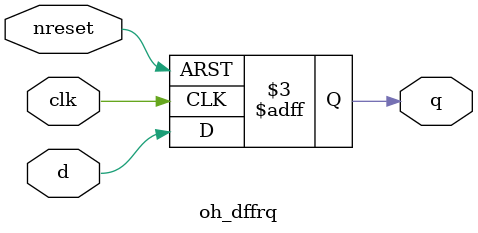
<source format=v>

module oh_dffrq #(parameter DW = 1) // array width
   (
    input [DW-1:0] 	d,
    input [DW-1:0] 	clk,
    input [DW-1:0] 	nreset,
    output reg [DW-1:0] q
    );
   
   always @ (posedge clk or negedge nreset)
     if(!nreset)
       q <= 'b0;
     else
       q <= d;
      
endmodule

</source>
